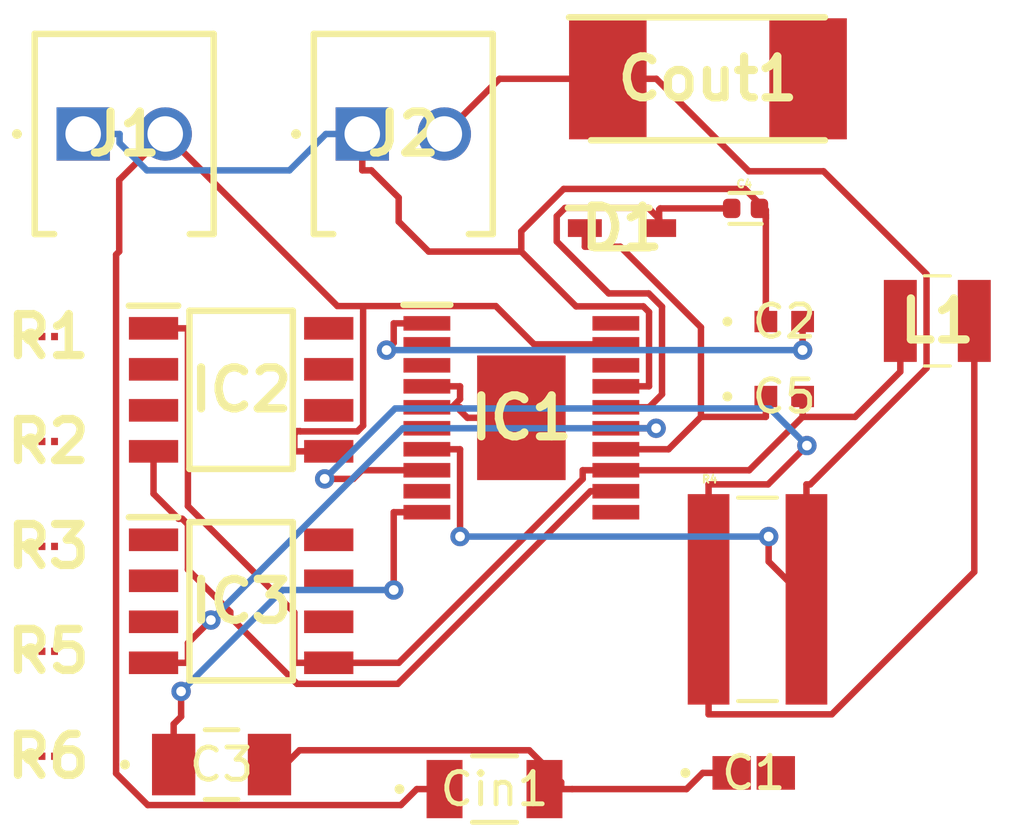
<source format=kicad_pcb>
(kicad_pcb (version 20240108) (generator "pcbnew") (generator_version "8.0")
  (layers (0 "F.Cu" signal) (31 "B.Cu" signal) (34 "B.Paste" user) (35 "F.Paste" user) (36 "B.SilkS" user "B.Silkscreen") (37 "F.SilkS" user "F.Silkscreen") (38 "B.Mask" user) (39 "F.Mask" user) (44 "Edge.Cuts" user))
  (net 0 "")
  (net 1 "Net-(C1-Pad2)")
  (net 2 "GND")
  (net 3 "Net-(IC1-TRACK{slash}SS)")
  (net 4 "Net-(IC1-ITH)")
  (net 5 "Net-(D1-A)")
  (net 6 "Net-(D1-K)")
  (net 7 "Net-(IC1-SW)")
  (net 8 "Net-(IC1-VIN)")
  (net 10 "Net-(IC1-SENSE-)")
  (net 11 "GNDS")
  (net 12 "Net-(IC1-SENSE+)")
  (net 14 "Net-(IC1-FREQ)")
  (net 15 "Net-(IC1-BG)")
  (net 16 "Net-(IC1-VFB)")
  (net 17 "Net-(IC1-TG)")
  (net 18 "GNDPWR")
  (net 21 "Net-(IC1-PGOOD)")
  (footprint "footprints:ERJ-XGNF6042Y" (layer "F.Cu") (at 123.4783 99.2341)
    (property "Reference" "R2" (at 0 0 0) (layer "F.SilkS") (effects (font (size 1.27 1.27) (thickness 0.254))))
    (property "Value" "60k4" (hide yes))
    (fp_circle (center -0.544 0) (end -0.544 0.05) (stroke (width 0.2)) (fill none) (layer "F.SilkS"))
    (pad "1" smd rect (at -0.194 0) (size 0.213 0.225) (layers "F.Cu" "F.Paste" "F.Mask") (net 2 "GND"))
    (pad "2" smd rect (at 0.194 0) (size 0.213 0.225) (layers "F.Cu" "F.Paste" "F.Mask") (net 14 "Net-(IC1-FREQ)"))
  )
  (footprint "footprints:KRL6432D-C-R004-F-T5" (layer "F.Cu") (at 145.4343 104.1241)
    (property "Reference" "R4" (at -1.480155 -3.722309 0) (layer "F.SilkS") (effects (font (size 0.240187 0.240187))))
    (property "Value" "4m")
    (fp_line (start -0.6 -3.15) (end 0.6 -3.15) (stroke (width 0.127)) (layer "F.SilkS"))
    (fp_line (start -0.6 3.15) (end 0.6 3.15) (stroke (width 0.127)) (layer "F.SilkS"))
    (pad "1" smd rect (at -1.515 0) (size 1.29 6.52) (layers "F.Cu" "F.Paste" "F.Mask") (net 12 "Net-(IC1-SENSE+)"))
    (pad "2" smd rect (at 1.515 0) (size 1.29 6.52) (layers "F.Cu" "F.Paste" "F.Mask") (net 10 "Net-(IC1-SENSE-)"))
  )
  (footprint "footprints:ERJ-XGNF1003Y" (layer "F.Cu") (at 123.4783 102.4841)
    (property "Reference" "R3" (at 0 0 0) (layer "F.SilkS") (effects (font (size 1.27 1.27) (thickness 0.254))))
    (property "Value" "100k" (hide yes))
    (fp_circle (center -0.544 0) (end -0.544 0.05) (stroke (width 0.2)) (fill none) (layer "F.SilkS"))
    (pad "1" smd rect (at -0.194 0) (size 0.213 0.225) (layers "F.Cu" "F.Paste" "F.Mask") (net 5 "Net-(D1-A)"))
    (pad "2" smd rect (at 0.194 0) (size 0.213 0.225) (layers "F.Cu" "F.Paste" "F.Mask") (net 21 "Net-(IC1-PGOOD)"))
  )
  (footprint "footprints:CAP_CS0402_YAG" (layer "F.Cu") (at 146.2614 97.8403)
    (property "Reference" "C5" (at 0 0 0) (layer "F.SilkS"))
    (property "Value" "0u1")
    (fp_circle (center -1.7597 0) (end -1.6835 0) (stroke (width 0.1524)) (fill none) (layer "F.SilkS"))
    (pad "1" smd rect (at -0.5687 0) (size 0.7056 0.6604) (layers "F.Cu" "F.Paste" "F.Mask") (net 6 "Net-(D1-K)"))
    (pad "2" smd rect (at 0.5687 0) (size 0.7056 0.6604) (layers "F.Cu" "F.Paste" "F.Mask") (net 7 "Net-(IC1-SW)"))
  )
  (footprint "footprints:AISC-1008F-100G-T" (layer "F.Cu") (at 151 95.5)
    (property "Reference" "L1" (at 0 -0.002 0) (layer "F.SilkS") (effects (font (size 1.27 1.27) (thickness 0.254))))
    (property "Value" "10u" (hide yes))
    (fp_line (start -0.4 -1.4) (end 0.4 -1.395) (stroke (width 0.1)) (layer "F.SilkS"))
    (fp_line (start -0.4 1.395) (end 0.4 1.395) (stroke (width 0.1)) (layer "F.SilkS"))
    (pad "1" smd rect (at -1.145 0) (size 1.02 2.54) (layers "F.Cu" "F.Paste" "F.Mask") (net 7 "Net-(IC1-SW)"))
    (pad "2" smd rect (at 1.145 0) (size 1.02 2.54) (layers "F.Cu" "F.Paste" "F.Mask") (net 12 "Net-(IC1-SENSE+)"))
  )
  (footprint "footprints:IRF7413ZPBF" (layer "F.Cu") (at 129.4493 104.1841)
    (property "Reference" "IC3" (at 0 0 0) (layer "F.SilkS") (effects (font (size 1.27 1.27) (thickness 0.254))))
    (property "Value" "IRF7413ZPBF" (hide yes))
    (fp_line (start -3.475 -2.605) (end -1.95 -2.605) (stroke (width 0.2)) (layer "F.SilkS"))
    (fp_line (start -1.6 -2.45) (end 1.6 -2.45) (stroke (width 0.2)) (layer "F.SilkS"))
    (fp_line (start -1.6 2.45) (end -1.6 -2.45) (stroke (width 0.2)) (layer "F.SilkS"))
    (fp_line (start 1.6 -2.45) (end 1.6 2.45) (stroke (width 0.2)) (layer "F.SilkS"))
    (fp_line (start 1.6 2.45) (end -1.6 2.45) (stroke (width 0.2)) (layer "F.SilkS"))
    (pad "1" smd rect (at -2.712 -1.905 90) (size 0.7 1.525) (layers "F.Cu" "F.Paste" "F.Mask"))
    (pad "2" smd rect (at -2.712 -0.635 90) (size 0.7 1.525) (layers "F.Cu" "F.Paste" "F.Mask"))
    (pad "3" smd rect (at -2.712 0.635 90) (size 0.7 1.525) (layers "F.Cu" "F.Paste" "F.Mask"))
    (pad "4" smd rect (at -2.712 1.905 90) (size 0.7 1.525) (layers "F.Cu" "F.Paste" "F.Mask") (net 15 "Net-(IC1-BG)"))
    (pad "5" smd rect (at 2.712 1.905 90) (size 0.7 1.525) (layers "F.Cu" "F.Paste" "F.Mask") (net 7 "Net-(IC1-SW)"))
    (pad "6" smd rect (at 2.712 0.635 90) (size 0.7 1.525) (layers "F.Cu" "F.Paste" "F.Mask"))
    (pad "7" smd rect (at 2.712 -0.635 90) (size 0.7 1.525) (layers "F.Cu" "F.Paste" "F.Mask"))
    (pad "8" smd rect (at 2.712 -1.905 90) (size 0.7 1.525) (layers "F.Cu" "F.Paste" "F.Mask"))
  )
  (footprint "footprints:ERJ-XGNF4023Y" (layer "F.Cu") (at 123.4783 108.9841)
    (property "Reference" "R6" (at 0 0 0) (layer "F.SilkS") (effects (font (size 1.27 1.27) (thickness 0.254))))
    (property "Value" "400k" (hide yes))
    (fp_circle (center -0.544 0) (end -0.544 0.05) (stroke (width 0.2)) (fill none) (layer "F.SilkS"))
    (pad "1" smd rect (at -0.194 0) (size 0.213 0.225) (layers "F.Cu" "F.Paste" "F.Mask") (net 16 "Net-(IC1-VFB)"))
    (pad "2" smd rect (at 0.194 0) (size 0.213 0.225) (layers "F.Cu" "F.Paste" "F.Mask") (net 2 "GND"))
  )
  (footprint "footprints:IRF7413ZPBF" (layer "F.Cu") (at 129.4493 97.6341)
    (property "Reference" "IC2" (at 0 0 0) (layer "F.SilkS") (effects (font (size 1.27 1.27) (thickness 0.254))))
    (property "Value" "IRF7413ZPBF" (hide yes))
    (fp_line (start -3.475 -2.605) (end -1.95 -2.605) (stroke (width 0.2)) (layer "F.SilkS"))
    (fp_line (start -1.6 -2.45) (end 1.6 -2.45) (stroke (width 0.2)) (layer "F.SilkS"))
    (fp_line (start -1.6 2.45) (end -1.6 -2.45) (stroke (width 0.2)) (layer "F.SilkS"))
    (fp_line (start 1.6 -2.45) (end 1.6 2.45) (stroke (width 0.2)) (layer "F.SilkS"))
    (fp_line (start 1.6 2.45) (end -1.6 2.45) (stroke (width 0.2)) (layer "F.SilkS"))
    (pad "1" smd rect (at -2.712 -1.905 90) (size 0.7 1.525) (layers "F.Cu" "F.Paste" "F.Mask") (net 7 "Net-(IC1-SW)"))
    (pad "2" smd rect (at -2.712 -0.635 90) (size 0.7 1.525) (layers "F.Cu" "F.Paste" "F.Mask"))
    (pad "3" smd rect (at -2.712 0.635 90) (size 0.7 1.525) (layers "F.Cu" "F.Paste" "F.Mask"))
    (pad "4" smd rect (at -2.712 1.905 90) (size 0.7 1.525) (layers "F.Cu" "F.Paste" "F.Mask") (net 17 "Net-(IC1-TG)"))
    (pad "5" smd rect (at 2.712 1.905 90) (size 0.7 1.525) (layers "F.Cu" "F.Paste" "F.Mask") (net 8 "Net-(IC1-VIN)"))
    (pad "6" smd rect (at 2.712 0.635 90) (size 0.7 1.525) (layers "F.Cu" "F.Paste" "F.Mask"))
    (pad "7" smd rect (at 2.712 -0.635 90) (size 0.7 1.525) (layers "F.Cu" "F.Paste" "F.Mask"))
    (pad "8" smd rect (at 2.712 -1.905 90) (size 0.7 1.525) (layers "F.Cu" "F.Paste" "F.Mask"))
  )
  (footprint "footprints:ERJ-XGNF1542Y" (layer "F.Cu") (at 123.4783 95.9841)
    (property "Reference" "R1" (at 0 0 0) (layer "F.SilkS") (effects (font (size 1.27 1.27) (thickness 0.254))))
    (property "Value" "15k4" (hide yes))
    (fp_circle (center -0.544 0) (end -0.544 0.05) (stroke (width 0.2)) (fill none) (layer "F.SilkS"))
    (pad "1" smd rect (at -0.194 0) (size 0.213 0.225) (layers "F.Cu" "F.Paste" "F.Mask") (net 1 "Net-(C1-Pad2)"))
    (pad "2" smd rect (at 0.194 0) (size 0.213 0.225) (layers "F.Cu" "F.Paste" "F.Mask") (net 4 "Net-(IC1-ITH)"))
  )
  (footprint "footprints:CMDSH2-3_TR_PBFREE" (layer "F.Cu") (at 141.2393 92.6241)
    (property "Reference" "D1" (at 0 0 0) (layer "F.SilkS") (effects (font (size 1.27 1.27) (thickness 0.254))))
    (property "Value" "CMDSH2-3" (hide yes))
    (fp_line (start -1.675 -0.625) (end 0.85 -0.625) (stroke (width 0.2)) (layer "F.SilkS"))
    (fp_line (start -0.85 0.625) (end 0.85 0.625) (stroke (width 0.2)) (layer "F.SilkS"))
    (pad "1" smd rect (at -1.15 0 90) (size 0.55 1.05) (layers "F.Cu" "F.Paste" "F.Mask") (net 6 "Net-(D1-K)"))
    (pad "2" smd rect (at 1.15 0 90) (size 0.55 1.05) (layers "F.Cu" "F.Paste" "F.Mask") (net 5 "Net-(D1-A)"))
  )
  (footprint "footprints:ERJ-XGNF1003Y" (layer "F.Cu") (at 123.4783 105.7341)
    (property "Reference" "R5" (at 0 0 0) (layer "F.SilkS") (effects (font (size 1.27 1.27) (thickness 0.254))))
    (property "Value" "100k" (hide yes))
    (fp_circle (center -0.544 0) (end -0.544 0.05) (stroke (width 0.2)) (fill none) (layer "F.SilkS"))
    (pad "1" smd rect (at -0.194 0) (size 0.213 0.225) (layers "F.Cu" "F.Paste" "F.Mask") (net 10 "Net-(IC1-SENSE-)"))
    (pad "2" smd rect (at 0.194 0) (size 0.213 0.225) (layers "F.Cu" "F.Paste" "F.Mask") (net 16 "Net-(IC1-VFB)"))
  )
  (footprint "footprints:CAP_CC1206_YAG" (layer "F.Cu") (at 137.2925 110.001)
    (property "Reference" "Cin1" (at 0 0 0) (layer "F.SilkS"))
    (property "Value" "22u")
    (fp_line (start -0.68305 1.0287) (end 0.68305 1.0287) (stroke (width 0.1524)) (layer "F.SilkS"))
    (fp_line (start 0.68305 -1.0287) (end -0.68305 -1.0287) (stroke (width 0.1524)) (layer "F.SilkS"))
    (fp_circle (center -2.9408 0) (end -2.8646 0) (stroke (width 0.1524)) (fill none) (layer "F.SilkS"))
    (pad "1" smd rect (at -1.5466 0) (size 1.112 1.8034) (layers "F.Cu" "F.Paste" "F.Mask") (net 8 "Net-(IC1-VIN)"))
    (pad "2" smd rect (at 1.5466 0) (size 1.112 1.8034) (layers "F.Cu" "F.Paste" "F.Mask") (net 2 "GND"))
  )
  (footprint "footprints:1725656" (layer "F.Cu") (at 133.1993 89.7091)
    (property "Reference" "J2" (at 1.27 0 0) (layer "F.SilkS") (effects (font (size 1.27 1.27) (thickness 0.254))))
    (property "Value" "Screw_Terminal_01x02" (hide yes))
    (fp_line (start -2.1 0) (end -2.1 0) (stroke (width 0.2)) (layer "F.SilkS"))
    (fp_line (start -2.1 0) (end -2.1 0) (stroke (width 0.2)) (layer "F.SilkS"))
    (fp_line (start -2 0) (end -2 0) (stroke (width 0.2)) (layer "F.SilkS"))
    (fp_line (start -1.5 -3.1) (end 4.04 -3.1) (stroke (width 0.2)) (layer "F.SilkS"))
    (fp_line (start -1.5 3.1) (end -1.5 -3.1) (stroke (width 0.2)) (layer "F.SilkS"))
    (fp_line (start -0.9 3.1) (end -1.5 3.1) (stroke (width 0.2)) (layer "F.SilkS"))
    (fp_line (start 4.04 -3.1) (end 4.04 3.1) (stroke (width 0.2)) (layer "F.SilkS"))
    (fp_line (start 4.04 3.1) (end 3.3 3.1) (stroke (width 0.2)) (layer "F.SilkS"))
    (fp_arc (start -2.1 0) (mid -2.05 -0.05) (end -2 0) (stroke (width 0.2)) (layer "F.SilkS"))
    (fp_arc (start -2 0) (mid -2.05 0.05) (end -2.1 0) (stroke (width 0.2)) (layer "F.SilkS"))
    (fp_arc (start -2 0) (mid -2.05 0.05) (end -2.1 0) (stroke (width 0.2)) (layer "F.SilkS"))
    (pad "" np_thru_hole circle (at 0 2.54) (size 1.1 1.1) (drill 1.1) (layers "*.Cu" "*.Mask"))
    (pad "" np_thru_hole circle (at 2.54 2.54) (size 1.1 1.1) (drill 1.1) (layers "*.Cu" "*.Mask"))
    (pad "1" thru_hole rect (at 0 0) (size 1.65 1.65) (drill 1.1) (layers "*.Cu" "*.Mask") (net 2 "GND"))
    (pad "2" thru_hole circle (at 2.54 0) (size 1.65 1.65) (drill 1.1) (layers "*.Cu" "*.Mask") (net 10 "Net-(IC1-SENSE-)"))
  )
  (footprint "footprints:TAZH157J010LBSZ0H00" (layer "F.Cu") (at 143.9 88)
    (property "Reference" "Cout1" (at 0 0 0) (layer "F.SilkS") (effects (font (size 1.27 1.27) (thickness 0.254))))
    (property "Value" "150u" (hide yes))
    (fp_line (start -3.62 1.905) (end 3.62 1.905) (stroke (width 0.2)) (layer "F.SilkS"))
    (fp_line (start 3.62 -1.905) (end -4.3 -1.905) (stroke (width 0.2)) (layer "F.SilkS"))
    (pad "1" smd rect (at -3.1 0) (size 2.4 3.75) (layers "F.Cu" "F.Paste" "F.Mask") (net 10 "Net-(IC1-SENSE-)"))
    (pad "2" smd rect (at 3.1 0) (size 2.4 3.75) (layers "F.Cu" "F.Paste" "F.Mask"))
  )
  (footprint "footprints:CAP_CS1206_YAG" (layer "F.Cu") (at 128.8433 109.2418)
    (property "Reference" "C3" (at 0 0 0) (layer "F.SilkS"))
    (property "Value" "47p")
    (fp_line (start -0.50525 1.0795) (end 0.50525 1.0795) (stroke (width 0.1524)) (layer "F.SilkS"))
    (fp_line (start 0.50525 -1.0795) (end -0.50525 -1.0795) (stroke (width 0.1524)) (layer "F.SilkS"))
    (fp_circle (center -2.9916 0) (end -2.9154 0) (stroke (width 0.1524)) (fill none) (layer "F.SilkS"))
    (pad "1" smd rect (at -1.4831 0) (size 1.3406 1.905) (layers "F.Cu" "F.Paste" "F.Mask") (net 4 "Net-(IC1-ITH)"))
    (pad "2" smd rect (at 1.4831 0) (size 1.3406 1.905) (layers "F.Cu" "F.Paste" "F.Mask") (net 2 "GND"))
  )
  (footprint "footprints:1725656" (layer "F.Cu") (at 124.5593 89.7091)
    (property "Reference" "J1" (at 1.27 0 0) (layer "F.SilkS") (effects (font (size 1.27 1.27) (thickness 0.254))))
    (property "Value" "Screw_Terminal_01x02" (hide yes))
    (fp_line (start -2.1 0) (end -2.1 0) (stroke (width 0.2)) (layer "F.SilkS"))
    (fp_line (start -2.1 0) (end -2.1 0) (stroke (width 0.2)) (layer "F.SilkS"))
    (fp_line (start -2 0) (end -2 0) (stroke (width 0.2)) (layer "F.SilkS"))
    (fp_line (start -1.5 -3.1) (end 4.04 -3.1) (stroke (width 0.2)) (layer "F.SilkS"))
    (fp_line (start -1.5 3.1) (end -1.5 -3.1) (stroke (width 0.2)) (layer "F.SilkS"))
    (fp_line (start -0.9 3.1) (end -1.5 3.1) (stroke (width 0.2)) (layer "F.SilkS"))
    (fp_line (start 4.04 -3.1) (end 4.04 3.1) (stroke (width 0.2)) (layer "F.SilkS"))
    (fp_line (start 4.04 3.1) (end 3.3 3.1) (stroke (width 0.2)) (layer "F.SilkS"))
    (fp_arc (start -2.1 0) (mid -2.05 -0.05) (end -2 0) (stroke (width 0.2)) (layer "F.SilkS"))
    (fp_arc (start -2 0) (mid -2.05 0.05) (end -2.1 0) (stroke (width 0.2)) (layer "F.SilkS"))
    (fp_arc (start -2 0) (mid -2.05 0.05) (end -2.1 0) (stroke (width 0.2)) (layer "F.SilkS"))
    (pad "" np_thru_hole circle (at 0 2.54) (size 1.1 1.1) (drill 1.1) (layers "*.Cu" "*.Mask"))
    (pad "" np_thru_hole circle (at 2.54 2.54) (size 1.1 1.1) (drill 1.1) (layers "*.Cu" "*.Mask"))
    (pad "1" thru_hole rect (at 0 0) (size 1.65 1.65) (drill 1.1) (layers "*.Cu" "*.Mask") (net 2 "GND"))
    (pad "2" thru_hole circle (at 2.54 0) (size 1.65 1.65) (drill 1.1) (layers "*.Cu" "*.Mask") (net 8 "Net-(IC1-VIN)"))
  )
  (footprint "footprints:LTC3807EFE#PBF" (layer "F.Cu") (at 138.1243 98.5)
    (property "Reference" "IC1" (at 0 0 0) (layer "F.SilkS") (effects (font (size 1.27 1.27) (thickness 0.254))))
    (property "Value" "LTC3807EFE#PBF" (hide yes))
    (fp_line (start -3.65 -3.5) (end -2.2 -3.5) (stroke (width 0.2)) (layer "F.SilkS"))
    (pad "1" smd rect (at -2.925 -2.925 90) (size 0.45 1.45) (layers "F.Cu" "F.Paste" "F.Mask") (net 3 "Net-(IC1-TRACK{slash}SS)"))
    (pad "2" smd rect (at -2.925 -2.275 90) (size 0.45 1.45) (layers "F.Cu" "F.Paste" "F.Mask") (net 14 "Net-(IC1-FREQ)"))
    (pad "3" smd rect (at -2.925 -1.625 90) (size 0.45 1.45) (layers "F.Cu" "F.Paste" "F.Mask"))
    (pad "4" smd rect (at -2.925 -0.975 90) (size 0.45 1.45) (layers "F.Cu" "F.Paste" "F.Mask") (net 11 "GNDS"))
    (pad "5" smd rect (at -2.925 -0.325 90) (size 0.45 1.45) (layers "F.Cu" "F.Paste" "F.Mask") (net 11 "GNDS"))
    (pad "6" smd rect (at -2.925 0.325 90) (size 0.45 1.45) (layers "F.Cu" "F.Paste" "F.Mask"))
    (pad "7" smd rect (at -2.925 0.975 90) (size 0.45 1.45) (layers "F.Cu" "F.Paste" "F.Mask") (net 10 "Net-(IC1-SENSE-)"))
    (pad "8" smd rect (at -2.925 1.625 90) (size 0.45 1.45) (layers "F.Cu" "F.Paste" "F.Mask") (net 12 "Net-(IC1-SENSE+)"))
    (pad "9" smd rect (at -2.925 2.275 90) (size 0.45 1.45) (layers "F.Cu" "F.Paste" "F.Mask") (net 16 "Net-(IC1-VFB)"))
    (pad "10" smd rect (at -2.925 2.925 90) (size 0.45 1.45) (layers "F.Cu" "F.Paste" "F.Mask") (net 4 "Net-(IC1-ITH)"))
    (pad "11" smd rect (at 2.925 2.925 90) (size 0.45 1.45) (layers "F.Cu" "F.Paste" "F.Mask") (net 21 "Net-(IC1-PGOOD)"))
    (pad "12" smd rect (at 2.925 2.275 90) (size 0.45 1.45) (layers "F.Cu" "F.Paste" "F.Mask") (net 17 "Net-(IC1-TG)"))
    (pad "13" smd rect (at 2.925 1.625 90) (size 0.45 1.45) (layers "F.Cu" "F.Paste" "F.Mask") (net 7 "Net-(IC1-SW)"))
    (pad "14" smd rect (at 2.925 0.975 90) (size 0.45 1.45) (layers "F.Cu" "F.Paste" "F.Mask") (net 6 "Net-(D1-K)"))
    (pad "15" smd rect (at 2.925 0.325 90) (size 0.45 1.45) (layers "F.Cu" "F.Paste" "F.Mask") (net 15 "Net-(IC1-BG)"))
    (pad "16" smd rect (at 2.925 -0.325 90) (size 0.45 1.45) (layers "F.Cu" "F.Paste" "F.Mask") (net 5 "Net-(D1-A)"))
    (pad "17" smd rect (at 2.925 -0.975 90) (size 0.45 1.45) (layers "F.Cu" "F.Paste" "F.Mask") (net 2 "GND"))
    (pad "18" smd rect (at 2.925 -1.625 90) (size 0.45 1.45) (layers "F.Cu" "F.Paste" "F.Mask") (net 18 "GNDPWR"))
    (pad "19" smd rect (at 2.925 -2.275 90) (size 0.45 1.45) (layers "F.Cu" "F.Paste" "F.Mask") (net 8 "Net-(IC1-VIN)"))
    (pad "20" smd rect (at 2.925 -2.925 90) (size 0.45 1.45) (layers "F.Cu" "F.Paste" "F.Mask"))
    (pad "21" smd rect (at 0 0) (size 2.74 3.86) (layers "F.Cu" "F.Paste" "F.Mask") (net 11 "GNDS"))
  )
  (footprint "footprints:CC0402KRX5R7BB225" (layer "F.Cu") (at 145.0643 92.0141)
    (property "Reference" "C4" (at -0.038306 -0.758223 0) (layer "F.SilkS") (effects (font (size 0.241854 0.241854))))
    (property "Value" "2u2")
    (fp_line (start -0.5 0.48) (end 0.5 0.48) (stroke (width 0.127)) (layer "F.SilkS"))
    (fp_line (start 0.5 -0.48) (end -0.5 -0.48) (stroke (width 0.127)) (layer "F.SilkS"))
    (pad "1" smd roundrect (at -0.43 0) (size 0.54 0.6) (layers "F.Cu" "F.Paste" "F.Mask") (roundrect_rratio 0.265) (net 5 "Net-(D1-A)"))
    (pad "2" smd roundrect (at 0.43 0) (size 0.54 0.6) (layers "F.Cu" "F.Paste" "F.Mask") (roundrect_rratio 0.265) (net 2 "GND"))
  )
  (footprint "footprints:CAP_CS0603_YAG" (layer "F.Cu") (at 145.317 109.5)
    (property "Reference" "C1" (at 0 0 0) (layer "F.SilkS"))
    (property "Value" "4n7")
    (fp_circle (center -2.1153 0) (end -2.0391 0) (stroke (width 0.1524)) (fill none) (layer "F.SilkS"))
    (pad "1" smd rect (at -0.683 0) (size 1.1882 1.0414) (layers "F.Cu" "F.Paste" "F.Mask") (net 2 "GND"))
    (pad "2" smd rect (at 0.683 0) (size 1.1882 1.0414) (layers "F.Cu" "F.Paste" "F.Mask") (net 1 "Net-(C1-Pad2)"))
  )
  (footprint "footprints:CAP_CS0402_YAG" (layer "F.Cu") (at 146.2614 95.5195)
    (property "Reference" "C2" (at 0 0 0) (layer "F.SilkS"))
    (property "Value" "0u1")
    (fp_circle (center -1.7597 0) (end -1.6835 0) (stroke (width 0.1524)) (fill none) (layer "F.SilkS"))
    (pad "1" smd rect (at -0.5687 0) (size 0.7056 0.6604) (layers "F.Cu" "F.Paste" "F.Mask") (net 2 "GND"))
    (pad "2" smd rect (at 0.5687 0) (size 0.7056 0.6604) (layers "F.Cu" "F.Paste" "F.Mask") (net 3 "Net-(IC1-TRACK{slash}SS)"))
  )
  (segment (start 135.2549 93.3517) (end 134.326 92.4228) (width 0.2) (layer "F.Cu") (net 2))
  (segment (start 134.326 91.6807) (end 133.4811 90.8358) (width 0.2) (layer "F.Cu") (net 2))
  (segment (start 138.1213 93.3517) (end 139.8179 95.0483) (width 0.2) (layer "F.Cu") (net 2))
  (segment (start 134.326 92.4228) (end 134.326 91.6807) (width 0.2) (layer "F.Cu") (net 2))
  (segment (start 142.076 95.225) (end 142.076 97.525) (width 0.2) (layer "F.Cu") (net 2))
  (segment (start 138.8391 110.001) (end 139.3574 110.001) (width 0.2) (layer "F.Cu") (net 2))
  (segment (start 143.2372 110.001) (end 143.7382 109.5) (width 0.2) (layer "F.Cu") (net 2))
  (segment (start 130.3264 109.2418) (end 130.8124 109.2418) (width 0.2) (layer "F.Cu") (net 2))
  (segment (start 138.3667 108.7976) (end 131.2566 108.7976) (width 0.2) (layer "F.Cu") (net 2))
  (segment (start 145.6927 95.5195) (end 145.6927 94.8876) (width 0.2) (layer "F.Cu") (net 2))
  (segment (start 145.6927 92.0637) (end 145.04 91.411) (width 0.2) (layer "F.Cu") (net 2))
  (segment (start 145.6927 92.2125) (end 145.6927 92.3283) (width 0.2) (layer "F.Cu") (net 2))
  (segment (start 133.4811 90.8358) (end 133.1993 90.8358) (width 0.2) (layer "F.Cu") (net 2))
  (segment (start 145.4943 92.0141) (end 145.6927 92.2125) (width 0.2) (layer "F.Cu") (net 2))
  (segment (start 139.3574 110.001) (end 139.6968 110.001) (width 0.2) (layer "F.Cu") (net 2))
  (segment (start 139.4338 91.411) (end 138.1213 92.7235) (width 0.2) (layer "F.Cu") (net 2))
  (segment (start 131.2566 108.7976) (end 130.8124 109.2418) (width 0.2) (layer "F.Cu") (net 2))
  (segment (start 141.0493 97.525) (end 142.076 97.525) (width 0.2) (layer "F.Cu") (net 2))
  (segment (start 139.8179 95.0483) (end 141.8993 95.0483) (width 0.2) (layer "F.Cu") (net 2))
  (segment (start 138.1213 92.7235) (end 138.1213 93.3517) (width 0.2) (layer "F.Cu") (net 2))
  (segment (start 139.3574 109.7883) (end 138.3667 108.7976) (width 0.2) (layer "F.Cu") (net 2))
  (segment (start 139.6968 110.001) (end 143.2372 110.001) (width 0.2) (layer "F.Cu") (net 2))
  (segment (start 145.04 91.411) (end 139.4338 91.411) (width 0.2) (layer "F.Cu") (net 2))
  (segment (start 139.3574 110.001) (end 139.3574 109.7883) (width 0.2) (layer "F.Cu") (net 2))
  (segment (start 141.8993 95.0483) (end 142.076 95.225) (width 0.2) (layer "F.Cu") (net 2))
  (segment (start 145.6927 92.3283) (end 145.6927 92.0637) (width 0.2) (layer "F.Cu") (net 2))
  (segment (start 144.634 109.5) (end 143.7382 109.5) (width 0.2) (layer "F.Cu") (net 2))
  (segment (start 145.6927 92.3283) (end 145.6927 94.8876) (width 0.2) (layer "F.Cu") (net 2))
  (segment (start 133.1993 89.7091) (end 133.1993 90.8358) (width 0.2) (layer "F.Cu") (net 2))
  (segment (start 138.1213 93.3517) (end 135.2549 93.3517) (width 0.2) (layer "F.Cu") (net 2))
  (segment (start 125.686 89.7091) (end 125.686 89.9909) (width 0.2) (layer "B.Cu") (net 2))
  (segment (start 124.5593 89.7091) (end 125.686 89.7091) (width 0.2) (layer "B.Cu") (net 2))
  (segment (start 126.5309 90.8358) (end 130.9459 90.8358) (width 0.2) (layer "B.Cu") (net 2))
  (segment (start 130.9459 90.8358) (end 132.0726 89.7091) (width 0.2) (layer "B.Cu") (net 2))
  (segment (start 133.1993 89.7091) (end 132.0726 89.7091) (width 0.2) (layer "B.Cu") (net 2))
  (segment (start 125.686 89.9909) (end 126.5309 90.8358) (width 0.2) (layer "B.Cu") (net 2))
  (segment (start 146.8301 96.1514) (end 146.8301 96.4041) (width 0.2) (layer "F.Cu") (net 3))
  (segment (start 134.1726 96.1825) (end 133.951 96.4041) (width 0.2) (layer "F.Cu") (net 3))
  (segment (start 135.1993 95.575) (end 134.1726 95.575) (width 0.2) (layer "F.Cu") (net 3))
  (segment (start 146.8301 95.5195) (end 146.8301 96.1514) (width 0.2) (layer "F.Cu") (net 3))
  (segment (start 134.1726 95.575) (end 134.1726 96.1825) (width 0.2) (layer "F.Cu") (net 3))
  (via (at 146.8301 96.4041) (size 0.6) (drill 0.3) (layers "F.Cu" "B.Cu") (net 3))
  (via (at 133.951 96.4041) (size 0.6) (drill 0.3) (layers "F.Cu" "B.Cu") (net 3))
  (segment (start 146.8301 96.4041) (end 133.951 96.4041) (width 0.2) (layer "B.Cu") (net 3))
  (segment (start 134.1726 101.425) (end 134.1726 103.8345) (width 0.2) (layer "F.Cu") (net 4))
  (segment (start 135.1993 101.425) (end 134.1726 101.425) (width 0.2) (layer "F.Cu") (net 4))
  (segment (start 127.3602 109.2418) (end 127.3602 107.9876) (width 0.2) (layer "F.Cu") (net 4))
  (segment (start 127.3602 107.9876) (end 127.5908 107.757) (width 0.2) (layer "F.Cu") (net 4))
  (segment (start 127.5908 107.757) (end 127.5908 106.9752) (width 0.2) (layer "F.Cu") (net 4))
  (via (at 127.5908 106.9752) (size 0.6) (drill 0.3) (layers "F.Cu" "B.Cu") (net 4))
  (via (at 134.1726 103.8345) (size 0.6) (drill 0.3) (layers "F.Cu" "B.Cu") (net 4))
  (segment (start 127.5908 106.9752) (end 130.7315 103.8345) (width 0.2) (layer "B.Cu") (net 4))
  (segment (start 130.7315 103.8345) (end 134.1726 103.8345) (width 0.2) (layer "B.Cu") (net 4))
  (segment (start 144.6343 92.0141) (end 142.4226 92.0141) (width 0.2) (layer "F.Cu") (net 5))
  (segment (start 142.3893 92.3357) (end 142.3893 92.0474) (width 0.2) (layer "F.Cu") (net 5))
  (segment (start 139.4771 91.9996) (end 142.0532 91.9996) (width 0.2) (layer "F.Cu") (net 5))
  (segment (start 142.0532 91.9996) (end 142.3893 92.3357) (width 0.2) (layer "F.Cu") (net 5))
  (segment (start 142.4226 92.0141) (end 142.3893 92.0474) (width 0.2) (layer "F.Cu") (net 5))
  (segment (start 139.2186 92.2581) (end 139.4771 91.9996) (width 0.2) (layer "F.Cu") (net 5))
  (segment (start 142.3893 92.6241) (end 142.3893 92.3357) (width 0.2) (layer "F.Cu") (net 5))
  (segment (start 142.4777 97.7733) (end 142.4777 95.0587) (width 0.2) (layer "F.Cu") (net 5))
  (segment (start 141.0493 98.175) (end 142.076 98.175) (width 0.2) (layer "F.Cu") (net 5))
  (segment (start 139.2186 93.0392) (end 139.2186 92.2581) (width 0.2) (layer "F.Cu") (net 5))
  (segment (start 142.4777 95.0587) (end 142.0656 94.6466) (width 0.2) (layer "F.Cu") (net 5))
  (segment (start 142.076 98.175) (end 142.4777 97.7733) (width 0.2) (layer "F.Cu") (net 5))
  (segment (start 142.0656 94.6466) (end 140.826 94.6466) (width 0.2) (layer "F.Cu") (net 5))
  (segment (start 140.826 94.6466) (end 139.2186 93.0392) (width 0.2) (layer "F.Cu") (net 5))
  (segment (start 145.6927 98.4722) (end 143.6831 98.4722) (width 0.2) (layer "F.Cu") (net 6))
  (segment (start 140.0893 92.6241) (end 140.0893 93.2008) (width 0.2) (layer "F.Cu") (net 6))
  (segment (start 145.6927 97.8403) (end 145.6927 98.4722) (width 0.2) (layer "F.Cu") (net 6))
  (segment (start 141.1878 93.2008) (end 140.0893 93.2008) (width 0.2) (layer "F.Cu") (net 6))
  (segment (start 142.6803 99.475) (end 143.6831 98.4722) (width 0.2) (layer "F.Cu") (net 6))
  (segment (start 141.0493 99.475) (end 142.6803 99.475) (width 0.2) (layer "F.Cu") (net 6))
  (segment (start 143.6831 95.6961) (end 141.1878 93.2008) (width 0.2) (layer "F.Cu") (net 6))
  (segment (start 143.6831 98.4722) (end 143.6831 95.6961) (width 0.2) (layer "F.Cu") (net 6))
  (segment (start 148.4545 98.4722) (end 146.8301 98.4722) (width 0.2) (layer "F.Cu") (net 7))
  (segment (start 131.0971 106.0891) (end 131.0971 104.5317) (width 0.2) (layer "F.Cu") (net 7))
  (segment (start 141.0493 100.125) (end 140.0226 100.125) (width 0.2) (layer "F.Cu") (net 7))
  (segment (start 149.855 95.5) (end 149.855 97.0717) (width 0.2) (layer "F.Cu") (net 7))
  (segment (start 140.0226 100.3955) (end 134.329 106.0891) (width 0.2) (layer "F.Cu") (net 7))
  (segment (start 134.329 106.0891) (end 132.1613 106.0891) (width 0.2) (layer "F.Cu") (net 7))
  (segment (start 145.1773 100.125) (end 141.0493 100.125) (width 0.2) (layer "F.Cu") (net 7))
  (segment (start 146.8301 98.4722) (end 145.1773 100.125) (width 0.2) (layer "F.Cu") (net 7))
  (segment (start 126.7373 95.7291) (end 127.8015 95.7291) (width 0.2) (layer "F.Cu") (net 7))
  (segment (start 131.0971 104.5317) (end 127.8015 101.2361) (width 0.2) (layer "F.Cu") (net 7))
  (segment (start 149.855 97.0717) (end 148.4545 98.4722) (width 0.2) (layer "F.Cu") (net 7))
  (segment (start 132.1613 106.0891) (end 131.0971 106.0891) (width 0.2) (layer "F.Cu") (net 7))
  (segment (start 140.0226 100.125) (end 140.0226 100.3955) (width 0.2) (layer "F.Cu") (net 7))
  (segment (start 127.8015 101.2361) (end 127.8015 95.7291) (width 0.2) (layer "F.Cu") (net 7))
  (segment (start 146.8301 97.8403) (end 146.8301 98.4722) (width 0.2) (layer "F.Cu") (net 7))
  (segment (start 138.5179 96.225) (end 137.3331 95.0402) (width 0.2) (layer "F.Cu") (net 8))
  (segment (start 133.0488 98.9208) (end 133.2255 98.7441) (width 0.2) (layer "F.Cu") (net 8))
  (segment (start 131.2738 98.9208) (end 133.0488 98.9208) (width 0.2) (layer "F.Cu") (net 8))
  (segment (start 125.5778 93.4461) (end 125.6746 93.3493) (width 0.2) (layer "F.Cu") (net 8))
  (segment (start 132.1613 99.5391) (end 131.0971 99.5391) (width 0.2) (layer "F.Cu") (net 8))
  (segment (start 135.7459 110.001) (end 134.8882 110.001) (width 0.2) (layer "F.Cu") (net 8))
  (segment (start 125.6746 93.3493) (end 125.6746 91.1338) (width 0.2) (layer "F.Cu") (net 8))
  (segment (start 137.3331 95.0402) (end 133.2255 95.0402) (width 0.2) (layer "F.Cu") (net 8))
  (segment (start 133.2255 98.7441) (end 133.2255 95.0402) (width 0.2) (layer "F.Cu") (net 8))
  (segment (start 131.0971 99.5391) (end 131.0971 98.9991) (width 0.2) (layer "F.Cu") (net 8))
  (segment (start 125.6746 91.1338) (end 127.0993 89.7091) (width 0.2) (layer "F.Cu") (net 8))
  (segment (start 141.0493 96.225) (end 138.5179 96.225) (width 0.2) (layer "F.Cu") (net 8))
  (segment (start 134.8882 110.001) (end 134.3932 110.496) (width 0.2) (layer "F.Cu") (net 8))
  (segment (start 131.0971 98.9991) (end 131.1833 98.9129) (width 0.2) (layer "F.Cu") (net 8))
  (segment (start 131.2659 98.9129) (end 131.2738 98.9208) (width 0.2) (layer "F.Cu") (net 8))
  (segment (start 134.3932 110.496) (end 126.5581 110.496) (width 0.2) (layer "F.Cu") (net 8))
  (segment (start 133.2255 95.0402) (end 132.4304 95.0402) (width 0.2) (layer "F.Cu") (net 8))
  (segment (start 126.5581 110.496) (end 125.5778 109.5157) (width 0.2) (layer "F.Cu") (net 8))
  (segment (start 131.1833 98.9129) (end 131.2659 98.9129) (width 0.2) (layer "F.Cu") (net 8))
  (segment (start 132.4304 95.0402) (end 127.0993 89.7091) (width 0.2) (layer "F.Cu") (net 8))
  (segment (start 125.5778 109.5157) (end 125.5778 93.4461) (width 0.2) (layer "F.Cu") (net 8))
  (segment (start 135.1993 99.475) (end 136.226 99.475) (width 0.2) (layer "F.Cu") (net 10))
  (segment (start 147.0676 100.5624) (end 150.6667 96.9633) (width 0.2) (layer "F.Cu") (net 10))
  (segment (start 146.9493 104.1241) (end 145.7789 102.9537) (width 0.2) (layer "F.Cu") (net 10))
  (segment (start 137.4484 88) (end 140.8 88) (width 0.2) (layer "F.Cu") (net 10))
  (segment (start 136.226 99.475) (end 136.226 102.1791) (width 0.2) (layer "F.Cu") (net 10))
  (segment (start 150.6667 94.0528) (end 147.4781 90.8642) (width 0.2) (layer "F.Cu") (net 10))
  (segment (start 135.7393 89.7091) (end 137.4484 88) (width 0.2) (layer "F.Cu") (net 10))
  (segment (start 146.9493 100.5624) (end 147.0676 100.5624) (width 0.2) (layer "F.Cu") (net 10))
  (segment (start 150.6667 96.9633) (end 150.6667 94.0528) (width 0.2) (layer "F.Cu") (net 10))
  (segment (start 146.9493 104.1241) (end 146.9493 100.5624) (width 0.2) (layer "F.Cu") (net 10))
  (segment (start 147.4781 90.8642) (end 145.1659 90.8642) (width 0.2) (layer "F.Cu") (net 10))
  (segment (start 145.7789 102.9537) (end 145.7789 102.1791) (width 0.2) (layer "F.Cu") (net 10))
  (segment (start 145.1659 90.8642) (end 142.3017 88) (width 0.2) (layer "F.Cu") (net 10))
  (segment (start 140.8 88) (end 142.3017 88) (width 0.2) (layer "F.Cu") (net 10))
  (via (at 145.7789 102.1791) (size 0.6) (drill 0.3) (layers "F.Cu" "B.Cu") (net 10))
  (via (at 136.226 102.1791) (size 0.6) (drill 0.3) (layers "F.Cu" "B.Cu") (net 10))
  (segment (start 145.7789 102.1791) (end 136.226 102.1791) (width 0.2) (layer "B.Cu") (net 10))
  (segment (start 136.226 98.2734) (end 136.226 98.175) (width 0.2) (layer "F.Cu") (net 11))
  (segment (start 135.9744 98.175) (end 136.226 97.9234) (width 0.2) (layer "F.Cu") (net 11))
  (segment (start 136.226 97.9234) (end 136.226 97.525) (width 0.2) (layer "F.Cu") (net 11))
  (segment (start 135.7127 98.175) (end 135.9744 98.175) (width 0.2) (layer "F.Cu") (net 11))
  (segment (start 135.9744 98.175) (end 136.226 98.175) (width 0.2) (layer "F.Cu") (net 11))
  (segment (start 135.1993 97.525) (end 136.226 97.525) (width 0.2) (layer "F.Cu") (net 11))
  (segment (start 136.4526 98.5) (end 136.226 98.2734) (width 0.2) (layer "F.Cu") (net 11))
  (segment (start 138.1243 98.5) (end 136.4526 98.5) (width 0.2) (layer "F.Cu") (net 11))
  (segment (start 135.1993 98.175) (end 135.7127 98.175) (width 0.2) (layer "F.Cu") (net 11))
  (segment (start 143.9193 104.1241) (end 143.9193 100.5624) (width 0.2) (layer "F.Cu") (net 12))
  (segment (start 146.9639 99.3604) (end 145.7619 100.5624) (width 0.2) (layer "F.Cu") (net 12))
  (segment (start 152.145 103.2725) (end 152.145 95.5) (width 0.2) (layer "F.Cu") (net 12))
  (segment (start 145.7619 100.5624) (end 143.9193 100.5624) (width 0.2) (layer "F.Cu") (net 12))
  (segment (start 143.9193 104.1241) (end 143.9193 107.6858) (width 0.2) (layer "F.Cu") (net 12))
  (segment (start 133.1872 100.125) (end 132.9202 100.392) (width 0.2) (layer "F.Cu") (net 12))
  (segment (start 135.1993 100.125) (end 133.1872 100.125) (width 0.2) (layer "F.Cu") (net 12))
  (segment (start 143.9193 107.6858) (end 147.7317 107.6858) (width 0.2) (layer "F.Cu") (net 12))
  (segment (start 132.9202 100.392) (end 132.0351 100.392) (width 0.2) (layer "F.Cu") (net 12))
  (segment (start 147.7317 107.6858) (end 152.145 103.2725) (width 0.2) (layer "F.Cu") (net 12))
  (via (at 146.9639 99.3604) (size 0.6) (drill 0.3) (layers "F.Cu" "B.Cu") (net 12))
  (via (at 132.0351 100.392) (size 0.6) (drill 0.3) (layers "F.Cu" "B.Cu") (net 12))
  (segment (start 134.2158 98.2113) (end 132.0351 100.392) (width 0.2) (layer "B.Cu") (net 12))
  (segment (start 145.8148 98.2113) (end 134.2158 98.2113) (width 0.2) (layer "B.Cu") (net 12))
  (segment (start 146.9639 99.3604) (end 145.8148 98.2113) (width 0.2) (layer "B.Cu") (net 12))
  (segment (start 142.076 98.825) (end 142.2954 98.825) (width 0.2) (layer "F.Cu") (net 15))
  (segment (start 127.8015 106.0891) (end 127.8015 105.4768) (width 0.2) (layer "F.Cu") (net 15))
  (segment (start 127.8015 105.4768) (end 128.5127 104.7656) (width 0.2) (layer "F.Cu") (net 15))
  (segment (start 126.7373 106.0891) (end 127.8015 106.0891) (width 0.2) (layer "F.Cu") (net 15))
  (segment (start 141.0493 98.825) (end 142.076 98.825) (width 0.2) (layer "F.Cu") (net 15))
  (via (at 128.5127 104.7656) (size 0.6) (drill 0.3) (layers "F.Cu" "B.Cu") (net 15))
  (via (at 142.2954 98.825) (size 0.6) (drill 0.3) (layers "F.Cu" "B.Cu") (net 15))
  (segment (start 134.4533 98.825) (end 128.5127 104.7656) (width 0.2) (layer "B.Cu") (net 15))
  (segment (start 142.2954 98.825) (end 134.4533 98.825) (width 0.2) (layer "B.Cu") (net 15))
  (segment (start 134.2975 106.7417) (end 131.1816 106.7417) (width 0.2) (layer "F.Cu") (net 17))
  (segment (start 127.6248 101.6274) (end 127.5123 101.6274) (width 0.2) (layer "F.Cu") (net 17))
  (segment (start 131.1816 106.7417) (end 129.1144 104.6745) (width 0.2) (layer "F.Cu") (net 17))
  (segment (start 141.0493 100.775) (end 140.2642 100.775) (width 0.2) (layer "F.Cu") (net 17))
  (segment (start 126.7373 100.8524) (end 126.7373 99.5391) (width 0.2) (layer "F.Cu") (net 17))
  (segment (start 129.1144 104.6745) (end 129.1144 104.5148) (width 0.2) (layer "F.Cu") (net 17))
  (segment (start 127.5123 101.6274) (end 126.7373 100.8524) (width 0.2) (layer "F.Cu") (net 17))
  (segment (start 140.2642 100.775) (end 134.2975 106.7417) (width 0.2) (layer "F.Cu") (net 17))
  (segment (start 127.8015 101.8041) (end 127.6248 101.6274) (width 0.2) (layer "F.Cu") (net 17))
  (segment (start 127.8015 103.2019) (end 127.8015 101.8041) (width 0.2) (layer "F.Cu") (net 17))
  (segment (start 129.1144 104.5148) (end 127.8015 103.2019) (width 0.2) (layer "F.Cu") (net 17))
)
</source>
